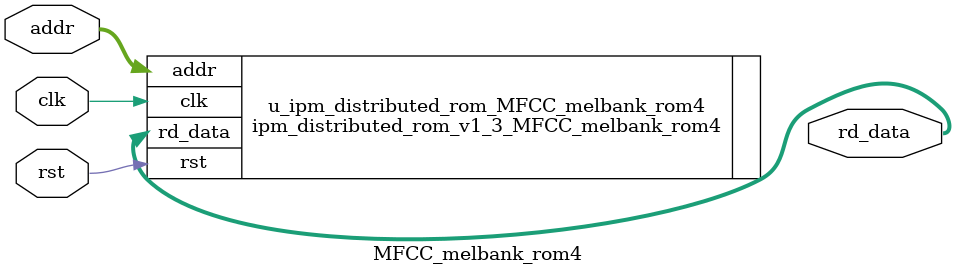
<source format=v>


`timescale 1 ns / 1 ps
module MFCC_melbank_rom4
    (
     addr        ,
     rst         ,
     clk         ,
     rd_data
    );

    localparam ADDR_WIDTH = 9 ; //@IPC int 4,10

    localparam DATA_WIDTH = 8 ; //@IPC int 1,256

    localparam RST_TYPE = "ASYNC" ; //@IPC enum ASYNC,SYNC

    localparam OUT_REG = 0 ; //@IPC bool

    localparam INIT_ENABLE = 1 ; //@IPC bool

    localparam INIT_FILE = "D:/PDS_FPGA/Audio_test/ipcore/MFCC_melbank_rom4/rtl/output3_MFCC_melbank_rom4.dat" ; //@IPC string

    localparam FILE_FORMAT = "BIN" ; //@IPC enum BIN,HEX


     output   wire  [DATA_WIDTH-1:0]       rd_data ;
     input    wire  [ADDR_WIDTH-1:0]       addr    ;
     input                                 clk     ;
     input                                 rst     ;

ipm_distributed_rom_v1_3_MFCC_melbank_rom4
   #(
     .ADDR_WIDTH    (ADDR_WIDTH     ), //address width   range:4-10
     .DATA_WIDTH    (DATA_WIDTH     ), //data width      range:4-256
     .RST_TYPE      (RST_TYPE       ), //reset type   "ASYNC_RESET" "SYNC_RESET"
     .OUT_REG       (OUT_REG        ), //output options :non_register(0)  register(1)
     .INIT_FILE     (INIT_FILE      ), //legal value:"NONE" or "initial file name"
     .FILE_FORMAT   (FILE_FORMAT    )  //initial data format : "bin" or "hex"
    )u_ipm_distributed_rom_MFCC_melbank_rom4
    (
     .rd_data       (rd_data        ),
     .addr          (addr           ),
     .clk           (clk            ),
     .rst           (rst            )

    );
endmodule

</source>
